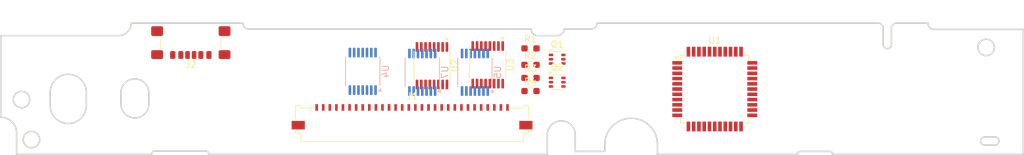
<source format=kicad_pcb>
(kicad_pcb (version 20240108) (generator "pcbnew") (generator_version "8.0")
  (layers (0 "F.Cu" signal) (31 "B.Cu" signal) (34 "B.Paste" user) (35 "F.Paste" user) (36 "B.SilkS" user "B.Silkscreen") (37 "F.SilkS" user "F.Silkscreen") (38 "B.Mask" user) (39 "F.Mask" user) (44 "Edge.Cuts" user))
  (net 0 "")
  (net 1 "GND")
  (net 2 "Net-(SW1-B)")
  (net 5 "VCC")
  (net 22 "Net-(J1-Pin_7)")
  (net 23 "KEYLEDS+")
  (net 24 "Net-(J1-Pin_12)")
  (net 25 "Net-(J1-Pin_4)")
  (net 28 "Net-(J1-Pin_8)")
  (net 29 "Net-(J1-Pin_28)")
  (net 31 "Net-(J1-Pin_1)")
  (net 32 "Net-(J1-Pin_3)")
  (net 33 "Net-(J1-Pin_2)")
  (net 34 "Net-(J1-Pin_30)")
  (net 36 "Net-(J1-Pin_10)")
  (net 37 "Net-(J1-Pin_9)")
  (net 38 "Net-(J1-Pin_6)")
  (net 39 "Net-(J1-Pin_5)")
  (net 41 "Net-(J1-Pin_11)")
  (net 42 "Net-(J1-Pin_16)")
  (net 43 "Net-(J1-Pin_29)")
  (net 44 "Net-(J1-Pin_14)")
  (net 48 "Net-(J1-Pin_13)")
  (net 50 "Net-(J1-Pin_27)")
  (net 51 "Net-(J1-Pin_15)")
  (net 54 "Net-(Q1B-E2)")
  (net 55 "Net-(Q1A-E1)")
  (net 58 "Net-(Q2A-E1)")
  (net 59 "Net-(Q2B-E2)")
  (net 60 "Net-(U2-QB)")
  (net 61 "Net-(U2-QF)")
  (net 62 "Net-(U2-QA)")
  (net 63 "Net-(U2-QD)")
  (net 64 "Net-(U2-QH)")
  (net 65 "Net-(U2-QG)")
  (net 66 "Net-(U2-QC)")
  (net 67 "Net-(U2-QE)")
  (net 68 "Net-(U3-QF)")
  (net 69 "Net-(U3-QB)")
  (net 70 "Net-(U3-QD)")
  (net 71 "Net-(U3-QH)")
  (net 72 "Net-(U3-QA)")
  (net 73 "Net-(U3-QG)")
  (net 74 "Net-(U3-QC)")
  (net 75 "Net-(U3-QE)")
  (net 90 "Net-(U1-AVCC-Pad24)")
  (net 98 "Net-(U1-GND-Pad15)")
  (footprint "Connector_USB:USB_C_Receptacle_GCT_USB4135-GF-A_6P_TopMnt_Horizontal" (layer "F.Cu") (at 104.375 89.4675 180)
    (property "Reference" "J2" (at 0 -4.5 0) (layer "F.SilkS"))
    (property "Value" "USB_C_Receptacle_USB2.0_14P")
    (fp_line (start 4.6 -2.04) (end 4.6 -0.41) (stroke (width 0.12)) (layer "F.SilkS"))
    (fp_line (start -4.6 -2.04) (end -4.6 -0.41) (stroke (width 0.12)) (layer "F.SilkS"))
    (pad "A5" smd roundrect (at -0.5 -3.0325 180) (size 0.7 1.2) (layers "F.Cu" "F.Paste" "F.Mask"))
    (pad "A9" smd roundrect (at 1.52 -3.0325) (size 0.76 1.2) (layers "F.Cu" "F.Paste" "F.Mask") (net 2 "Net-(SW1-B)"))
    (pad "A12" smd roundrect (at 2.75 -3.0325) (size 0.8 1.2) (layers "F.Cu" "F.Paste" "F.Mask") (net 1 "GND"))
    (pad "B5" smd roundrect (at 0.5 -3.0325) (size 0.7 1.2) (layers "F.Cu" "F.Paste" "F.Mask"))
    (pad "B9" smd roundrect (at -1.52 -3.0325 180) (size 0.76 1.2) (layers "F.Cu" "F.Paste" "F.Mask") (net 2 "Net-(SW1-B)"))
    (pad "B12" smd roundrect (at -2.75 -3.0325 180) (size 0.8 1.2) (layers "F.Cu" "F.Paste" "F.Mask") (net 1 "GND"))
    (pad "S1" smd roundrect (at -5.125 -2.9775 180) (size 1.8 1.35) (layers "F.Cu" "F.Paste" "F.Mask") (roundrect_rratio 0.1851851852))
    (pad "S1" smd roundrect (at -5.125 0.6025 180) (size 1.8 1.5) (layers "F.Cu" "F.Paste" "F.Mask") (roundrect_rratio 0.1666666667))
    (pad "S1" smd roundrect (at 5.125 -2.9775 180) (size 1.8 1.35) (layers "F.Cu" "F.Paste" "F.Mask") (roundrect_rratio 0.1851851852))
    (pad "S1" smd roundrect (at 5.125 0.6025 180) (size 1.8 1.5) (layers "F.Cu" "F.Paste" "F.Mask") (roundrect_rratio 0.1666666667))
  )
  (footprint "Resistor_SMD:R_0603_1608Metric_Pad0.98x0.95mm_HandSolder" (layer "F.Cu") (at 156 98)
    (property "Reference" "R4" (at 0 -1.43 0) (layer "F.SilkS"))
    (property "Value" "R")
    (fp_line (start -0.254724 -0.5225) (end 0.254724 -0.5225) (stroke (width 0.12)) (layer "F.SilkS"))
    (fp_line (start -0.254724 0.5225) (end 0.254724 0.5225) (stroke (width 0.12)) (layer "F.SilkS"))
    (pad "1" smd roundrect (at -0.9125 0) (size 0.975 0.95) (layers "F.Cu" "F.Paste" "F.Mask") (net 59 "Net-(Q2B-E2)"))
    (pad "2" smd roundrect (at 0.9125 0) (size 0.975 0.95) (layers "F.Cu" "F.Paste" "F.Mask") (net 1 "GND"))
  )
  (footprint "Package_SO:TSSOP-16_4.4x5mm_P0.65mm" (layer "F.Cu") (at 141.025 94.1375 -90)
    (property "Reference" "U2" (at 0 -3.45 90) (layer "F.SilkS"))
    (property "Value" "74HC595")
    (fp_line (start 0 2.735) (end -2.2 2.735) (stroke (width 0.12)) (layer "F.SilkS"))
    (fp_line (start 0 2.735) (end 2.2 2.735) (stroke (width 0.12)) (layer "F.SilkS"))
    (fp_line (start 0 -2.735) (end -2.2 -2.735) (stroke (width 0.12)) (layer "F.SilkS"))
    (fp_line (start 0 -2.735) (end 2.2 -2.735) (stroke (width 0.12)) (layer "F.SilkS"))
    (fp_poly (pts (xy -3.86 -2.275) (xy -4.19 -2.515) (xy -4.19 -2.035) (xy -3.86 -2.275)) (stroke (width 0.12)) (fill solid) (layer "F.SilkS"))
    (pad "1" smd roundrect (at -2.8625 -2.275 270) (size 1.475 0.4) (layers "F.Cu" "F.Paste" "F.Mask") (net 60 "Net-(U2-QB)"))
    (pad "2" smd roundrect (at -2.8625 -1.625 270) (size 1.475 0.4) (layers "F.Cu" "F.Paste" "F.Mask") (net 66 "Net-(U2-QC)"))
    (pad "3" smd roundrect (at -2.8625 -0.975 270) (size 1.475 0.4) (layers "F.Cu" "F.Paste" "F.Mask") (net 63 "Net-(U2-QD)"))
    (pad "4" smd roundrect (at -2.8625 -0.325 270) (size 1.475 0.4) (layers "F.Cu" "F.Paste" "F.Mask") (net 67 "Net-(U2-QE)"))
    (pad "5" smd roundrect (at -2.8625 0.325 270) (size 1.475 0.4) (layers "F.Cu" "F.Paste" "F.Mask") (net 61 "Net-(U2-QF)"))
    (pad "6" smd roundrect (at -2.8625 0.975 270) (size 1.475 0.4) (layers "F.Cu" "F.Paste" "F.Mask") (net 65 "Net-(U2-QG)"))
    (pad "7" smd roundrect (at -2.8625 1.625 270) (size 1.475 0.4) (layers "F.Cu" "F.Paste" "F.Mask") (net 64 "Net-(U2-QH)"))
    (pad "8" smd roundrect (at -2.8625 2.275 270) (size 1.475 0.4) (layers "F.Cu" "F.Paste" "F.Mask"))
    (pad "9" smd roundrect (at 2.8625 2.275 270) (size 1.475 0.4) (layers "F.Cu" "F.Paste" "F.Mask"))
    (pad "10" smd roundrect (at 2.8625 1.625 270) (size 1.475 0.4) (layers "F.Cu" "F.Paste" "F.Mask"))
    (pad "11" smd roundrect (at 2.8625 0.975 270) (size 1.475 0.4) (layers "F.Cu" "F.Paste" "F.Mask"))
    (pad "12" smd roundrect (at 2.8625 0.325 270) (size 1.475 0.4) (layers "F.Cu" "F.Paste" "F.Mask"))
    (pad "13" smd roundrect (at 2.8625 -0.325 270) (size 1.475 0.4) (layers "F.Cu" "F.Paste" "F.Mask"))
    (pad "14" smd roundrect (at 2.8625 -0.975 270) (size 1.475 0.4) (layers "F.Cu" "F.Paste" "F.Mask"))
    (pad "15" smd roundrect (at 2.8625 -1.625 270) (size 1.475 0.4) (layers "F.Cu" "F.Paste" "F.Mask") (net 62 "Net-(U2-QA)"))
    (pad "16" smd roundrect (at 2.8625 -2.275 270) (size 1.475 0.4) (layers "F.Cu" "F.Paste" "F.Mask"))
  )
  (footprint "Package_SO:TSSOP-16_4.4x5mm_P0.65mm" (layer "F.Cu") (at 149.5 94 -90)
    (property "Reference" "U3" (at 0 -3.45 90) (layer "F.SilkS"))
    (property "Value" "74HC595")
    (fp_line (start 0 2.735) (end -2.2 2.735) (stroke (width 0.12)) (layer "F.SilkS"))
    (fp_line (start 0 2.735) (end 2.2 2.735) (stroke (width 0.12)) (layer "F.SilkS"))
    (fp_line (start 0 -2.735) (end -2.2 -2.735) (stroke (width 0.12)) (layer "F.SilkS"))
    (fp_line (start 0 -2.735) (end 2.2 -2.735) (stroke (width 0.12)) (layer "F.SilkS"))
    (fp_poly (pts (xy -3.86 -2.275) (xy -4.19 -2.515) (xy -4.19 -2.035) (xy -3.86 -2.275)) (stroke (width 0.12)) (fill solid) (layer "F.SilkS"))
    (pad "1" smd roundrect (at -2.8625 -2.275 270) (size 1.475 0.4) (layers "F.Cu" "F.Paste" "F.Mask") (net 69 "Net-(U3-QB)"))
    (pad "2" smd roundrect (at -2.8625 -1.625 270) (size 1.475 0.4) (layers "F.Cu" "F.Paste" "F.Mask") (net 74 "Net-(U3-QC)"))
    (pad "3" smd roundrect (at -2.8625 -0.975 270) (size 1.475 0.4) (layers "F.Cu" "F.Paste" "F.Mask") (net 70 "Net-(U3-QD)"))
    (pad "4" smd roundrect (at -2.8625 -0.325 270) (size 1.475 0.4) (layers "F.Cu" "F.Paste" "F.Mask") (net 75 "Net-(U3-QE)"))
    (pad "5" smd roundrect (at -2.8625 0.325 270) (size 1.475 0.4) (layers "F.Cu" "F.Paste" "F.Mask") (net 68 "Net-(U3-QF)"))
    (pad "6" smd roundrect (at -2.8625 0.975 270) (size 1.475 0.4) (layers "F.Cu" "F.Paste" "F.Mask") (net 73 "Net-(U3-QG)"))
    (pad "7" smd roundrect (at -2.8625 1.625 270) (size 1.475 0.4) (layers "F.Cu" "F.Paste" "F.Mask") (net 71 "Net-(U3-QH)"))
    (pad "8" smd roundrect (at -2.8625 2.275 270) (size 1.475 0.4) (layers "F.Cu" "F.Paste" "F.Mask"))
    (pad "9" smd roundrect (at 2.8625 2.275 270) (size 1.475 0.4) (layers "F.Cu" "F.Paste" "F.Mask"))
    (pad "10" smd roundrect (at 2.8625 1.625 270) (size 1.475 0.4) (layers "F.Cu" "F.Paste" "F.Mask"))
    (pad "11" smd roundrect (at 2.8625 0.975 270) (size 1.475 0.4) (layers "F.Cu" "F.Paste" "F.Mask"))
    (pad "12" smd roundrect (at 2.8625 0.325 270) (size 1.475 0.4) (layers "F.Cu" "F.Paste" "F.Mask"))
    (pad "13" smd roundrect (at 2.8625 -0.325 270) (size 1.475 0.4) (layers "F.Cu" "F.Paste" "F.Mask"))
    (pad "14" smd roundrect (at 2.8625 -0.975 270) (size 1.475 0.4) (layers "F.Cu" "F.Paste" "F.Mask"))
    (pad "15" smd roundrect (at 2.8625 -1.625 270) (size 1.475 0.4) (layers "F.Cu" "F.Paste" "F.Mask") (net 72 "Net-(U3-QA)"))
    (pad "16" smd roundrect (at 2.8625 -2.275 270) (size 1.475 0.4) (layers "F.Cu" "F.Paste" "F.Mask"))
  )
  (footprint "Package_QFP:TQFP-44_10x10mm_P0.8mm" (layer "F.Cu") (at 184 97.7)
    (property "Reference" "U1" (at 0 -7.45 0) (layer "F.SilkS"))
    (property "Value" "ATmega32U4-A")
    (fp_line (start -5.175 -5.175) (end -5.175 -4.56) (stroke (width 0.15)) (layer "F.SilkS"))
    (fp_line (start -5.175 -5.175) (end -4.5 -5.175) (stroke (width 0.15)) (layer "F.SilkS"))
    (fp_line (start -5.175 5.175) (end -5.175 4.5) (stroke (width 0.15)) (layer "F.SilkS"))
    (fp_line (start -5.175 5.175) (end -4.5 5.175) (stroke (width 0.15)) (layer "F.SilkS"))
    (fp_line (start 5.175 -5.175) (end 4.5 -5.175) (stroke (width 0.15)) (layer "F.SilkS"))
    (fp_line (start 5.175 -5.175) (end 5.175 -4.5) (stroke (width 0.15)) (layer "F.SilkS"))
    (fp_line (start 5.175 5.175) (end 4.5 5.175) (stroke (width 0.15)) (layer "F.SilkS"))
    (fp_line (start 5.175 5.175) (end 5.175 4.5) (stroke (width 0.15)) (layer "F.SilkS"))
    (fp_poly (pts (xy -5.86 -4.54) (xy -6.2 -5.01) (xy -5.52 -5.01) (xy -5.86 -4.54)) (stroke (width 0.12)) (fill solid) (layer "F.SilkS"))
    (pad "1" smd rect (at -5.7 -4) (size 1.5 0.55) (layers "F.Cu" "F.Paste" "F.Mask"))
    (pad "2" smd rect (at -5.7 -3.2) (size 1.5 0.55) (layers "F.Cu" "F.Paste" "F.Mask"))
    (pad "3" smd rect (at -5.7 -2.4) (size 1.5 0.55) (layers "F.Cu" "F.Paste" "F.Mask"))
    (pad "4" smd rect (at -5.7 -1.6) (size 1.5 0.55) (layers "F.Cu" "F.Paste" "F.Mask"))
    (pad "5" smd rect (at -5.7 -0.8) (size 1.5 0.55) (layers "F.Cu" "F.Paste" "F.Mask"))
    (pad "6" smd rect (at -5.7 0) (size 1.5 0.55) (layers "F.Cu" "F.Paste" "F.Mask"))
    (pad "7" smd rect (at -5.7 0.8) (size 1.5 0.55) (layers "F.Cu" "F.Paste" "F.Mask"))
    (pad "8" smd rect (at -5.7 1.6) (size 1.5 0.55) (layers "F.Cu" "F.Paste" "F.Mask"))
    (pad "9" smd rect (at -5.7 2.4) (size 1.5 0.55) (layers "F.Cu" "F.Paste" "F.Mask"))
    (pad "10" smd rect (at -5.7 3.2) (size 1.5 0.55) (layers "F.Cu" "F.Paste" "F.Mask"))
    (pad "11" smd rect (at -5.7 4) (size 1.5 0.55) (layers "F.Cu" "F.Paste" "F.Mask"))
    (pad "12" smd rect (at -4 5.7 90) (size 1.5 0.55) (layers "F.Cu" "F.Paste" "F.Mask"))
    (pad "13" smd rect (at -3.2 5.7 90) (size 1.5 0.55) (layers "F.Cu" "F.Paste" "F.Mask"))
    (pad "14" smd rect (at -2.4 5.7 90) (size 1.5 0.55) (layers "F.Cu" "F.Paste" "F.Mask") (net 5 "VCC"))
    (pad "15" smd rect (at -1.6 5.7 90) (size 1.5 0.55) (layers "F.Cu" "F.Paste" "F.Mask") (net 98 "Net-(U1-GND-Pad15)"))
    (pad "16" smd rect (at -0.8 5.7 90) (size 1.5 0.55) (layers "F.Cu" "F.Paste" "F.Mask"))
    (pad "17" smd rect (at 0 5.7 90) (size 1.5 0.55) (layers "F.Cu" "F.Paste" "F.Mask"))
    (pad "18" smd rect (at 0.8 5.7 90) (size 1.5 0.55) (layers "F.Cu" "F.Paste" "F.Mask"))
    (pad "19" smd rect (at 1.6 5.7 90) (size 1.5 0.55) (layers "F.Cu" "F.Paste" "F.Mask"))
    (pad "20" smd rect (at 2.4 5.7 90) (size 1.5 0.55) (layers "F.Cu" "F.Paste" "F.Mask"))
    (pad "21" smd rect (at 3.2 5.7 90) (size 1.5 0.55) (layers "F.Cu" "F.Paste" "F.Mask"))
    (pad "22" smd rect (at 4 5.7 90) (size 1.5 0.55) (layers "F.Cu" "F.Paste" "F.Mask"))
    (pad "23" smd rect (at 5.7 4) (size 1.5 0.55) (layers "F.Cu" "F.Paste" "F.Mask") (net 98 "Net-(U1-GND-Pad15)"))
    (pad "24" smd rect (at 5.7 3.2) (size 1.5 0.55) (layers "F.Cu" "F.Paste" "F.Mask") (net 90 "Net-(U1-AVCC-Pad24)"))
    (pad "25" smd rect (at 5.7 2.4) (size 1.5 0.55) (layers "F.Cu" "F.Paste" "F.Mask"))
    (pad "26" smd rect (at 5.7 1.6) (size 1.5 0.55) (layers "F.Cu" "F.Paste" "F.Mask"))
    (pad "27" smd rect (at 5.7 0.8) (size 1.5 0.55) (layers "F.Cu" "F.Paste" "F.Mask"))
    (pad "28" smd rect (at 5.7 0) (size 1.5 0.55) (layers "F.Cu" "F.Paste" "F.Mask"))
    (pad "29" smd rect (at 5.7 -0.8) (size 1.5 0.55) (layers "F.Cu" "F.Paste" "F.Mask"))
    (pad "30" smd rect (at 5.7 -1.6) (size 1.5 0.55) (layers "F.Cu" "F.Paste" "F.Mask"))
    (pad "31" smd rect (at 5.7 -2.4) (size 1.5 0.55) (layers "F.Cu" "F.Paste" "F.Mask"))
    (pad "32" smd rect (at 5.7 -3.2) (size 1.5 0.55) (layers "F.Cu" "F.Paste" "F.Mask"))
    (pad "33" smd rect (at 5.7 -4) (size 1.5 0.55) (layers "F.Cu" "F.Paste" "F.Mask"))
    (pad "34" smd rect (at 4 -5.7 90) (size 1.5 0.55) (layers "F.Cu" "F.Paste" "F.Mask") (net 5 "VCC"))
    (pad "35" smd rect (at 3.2 -5.7 90) (size 1.5 0.55) (layers "F.Cu" "F.Paste" "F.Mask") (net 98 "Net-(U1-GND-Pad15)"))
    (pad "36" smd rect (at 2.4 -5.7 90) (size 1.5 0.55) (layers "F.Cu" "F.Paste" "F.Mask"))
    (pad "37" smd rect (at 1.6 -5.7 90) (size 1.5 0.55) (layers "F.Cu" "F.Paste" "F.Mask"))
    (pad "38" smd rect (at 0.8 -5.7 90) (size 1.5 0.55) (layers "F.Cu" "F.Paste" "F.Mask"))
    (pad "39" smd rect (at 0 -5.7 90) (size 1.5 0.55) (layers "F.Cu" "F.Paste" "F.Mask"))
    (pad "40" smd rect (at -0.8 -5.7 90) (size 1.5 0.55) (layers "F.Cu" "F.Paste" "F.Mask"))
    (pad "41" smd rect (at -1.6 -5.7 90) (size 1.5 0.55) (layers "F.Cu" "F.Paste" "F.Mask"))
    (pad "42" smd rect (at -2.4 -5.7 90) (size 1.5 0.55) (layers "F.Cu" "F.Paste" "F.Mask"))
    (pad "43" smd rect (at -3.2 -5.7 90) (size 1.5 0.55) (layers "F.Cu" "F.Paste" "F.Mask") (net 98 "Net-(U1-GND-Pad15)"))
    (pad "44" smd rect (at -4 -5.7 90) (size 1.5 0.55) (layers "F.Cu" "F.Paste" "F.Mask") (net 90 "Net-(U1-AVCC-Pad24)"))
  )
  (footprint "Resistor_SMD:R_0603_1608Metric_Pad0.98x0.95mm_HandSolder" (layer "F.Cu") (at 156 96)
    (property "Reference" "R3" (at 0 -1.43 0) (layer "F.SilkS"))
    (property "Value" "R")
    (fp_line (start -0.254724 -0.5225) (end 0.254724 -0.5225) (stroke (width 0.12)) (layer "F.SilkS"))
    (fp_line (start -0.254724 0.5225) (end 0.254724 0.5225) (stroke (width 0.12)) (layer "F.SilkS"))
    (pad "1" smd roundrect (at -0.9125 0) (size 0.975 0.95) (layers "F.Cu" "F.Paste" "F.Mask") (net 58 "Net-(Q2A-E1)"))
    (pad "2" smd roundrect (at 0.9125 0) (size 0.975 0.95) (layers "F.Cu" "F.Paste" "F.Mask") (net 1 "GND"))
  )
  (footprint "Resistor_SMD:R_0603_1608Metric_Pad0.98x0.95mm_HandSolder" (layer "F.Cu") (at 156 91.5)
    (property "Reference" "R1" (at 0 -1.43 0) (layer "F.SilkS"))
    (property "Value" "R")
    (fp_line (start -0.254724 -0.5225) (end 0.254724 -0.5225) (stroke (width 0.12)) (layer "F.SilkS"))
    (fp_line (start -0.254724 0.5225) (end 0.254724 0.5225) (stroke (width 0.12)) (layer "F.SilkS"))
    (pad "1" smd roundrect (at -0.9125 0) (size 0.975 0.95) (layers "F.Cu" "F.Paste" "F.Mask") (net 55 "Net-(Q1A-E1)"))
    (pad "2" smd roundrect (at 0.9125 0) (size 0.975 0.95) (layers "F.Cu" "F.Paste" "F.Mask") (net 1 "GND"))
  )
  (footprint "Connector_FFC-FPC:Molex_200528-0300_1x30-1MP_P1.00mm_Horizontal" (layer "F.Cu") (at 138 101.41)
    (property "Reference" "J1" (at 0 -2.61 0) (layer "F.SilkS"))
    (property "Value" "Flex_Cable_Connector_1.0_1x30")
    (fp_line (start -17.71 -1.17) (end -17.71 0.88) (stroke (width 0.12)) (layer "F.SilkS"))
    (fp_line (start -17.71 2.7) (end -17.71 3) (stroke (width 0.12)) (layer "F.SilkS"))
    (fp_line (start -17.71 3) (end -16.91 3) (stroke (width 0.12)) (layer "F.SilkS"))
    (fp_line (start -16.94 -1.17) (end -17.71 -1.17) (stroke (width 0.12)) (layer "F.SilkS"))
    (fp_line (start -16.94 -0.82) (end -16.94 -1.17) (stroke (width 0.12)) (layer "F.SilkS"))
    (fp_line (start -16.91 3) (end -16.91 4.3) (stroke (width 0.12)) (layer "F.SilkS"))
    (fp_line (start -16.91 4.3) (end 16.91 4.3) (stroke (width 0.12)) (layer "F.SilkS"))
    (fp_line (start -14.96 -1.41) (end -14.96 -0.82) (stroke (width 0.12)) (layer "F.SilkS"))
    (fp_line (start -14.96 -0.82) (end -16.94 -0.82) (stroke (width 0.12)) (layer "F.SilkS"))
    (fp_line (start 16.91 3) (end 17.71 3) (stroke (width 0.12)) (layer "F.SilkS"))
    (fp_line (start 16.91 4.3) (end 16.91 3) (stroke (width 0.12)) (layer "F.SilkS"))
    (fp_line (start 16.94 -1.17) (end 16.94 -0.82) (stroke (width 0.12)) (layer "F.SilkS"))
    (fp_line (start 16.94 -0.82) (end 14.96 -0.82) (stroke (width 0.12)) (layer "F.SilkS"))
    (fp_line (start 17.71 -1.17) (end 16.94 -1.17) (stroke (width 0.12)) (layer "F.SilkS"))
    (fp_line (start 17.71 0.88) (end 17.71 -1.17) (stroke (width 0.12)) (layer "F.SilkS"))
    (fp_line (start 17.71 3) (end 17.71 2.7) (stroke (width 0.12)) (layer "F.SilkS"))
    (pad "1" smd rect (at -14.5 -0.91) (size 0.4 1) (layers "F.Cu" "F.Paste" "F.Mask") (net 31 "Net-(J1-Pin_1)"))
    (pad "2" smd rect (at -13.5 -0.91) (size 0.4 1) (layers "F.Cu" "F.Paste" "F.Mask") (net 33 "Net-(J1-Pin_2)"))
    (pad "3" smd rect (at -12.5 -0.91) (size 0.4 1) (layers "F.Cu" "F.Paste" "F.Mask") (net 32 "Net-(J1-Pin_3)"))
    (pad "4" smd rect (at -11.5 -0.91) (size 0.4 1) (layers "F.Cu" "F.Paste" "F.Mask") (net 25 "Net-(J1-Pin_4)"))
    (pad "5" smd rect (at -10.5 -0.91) (size 0.4 1) (layers "F.Cu" "F.Paste" "F.Mask") (net 39 "Net-(J1-Pin_5)"))
    (pad "6" smd rect (at -9.5 -0.91) (size 0.4 1) (layers "F.Cu" "F.Paste" "F.Mask") (net 38 "Net-(J1-Pin_6)"))
    (pad "7" smd rect (at -8.5 -0.91) (size 0.4 1) (layers "F.Cu" "F.Paste" "F.Mask") (net 22 "Net-(J1-Pin_7)"))
    (pad "8" smd rect (at -7.5 -0.91) (size 0.4 1) (layers "F.Cu" "F.Paste" "F.Mask") (net 28 "Net-(J1-Pin_8)"))
    (pad "9" smd rect (at -6.5 -0.91) (size 0.4 1) (layers "F.Cu" "F.Paste" "F.Mask") (net 37 "Net-(J1-Pin_9)"))
    (pad "10" smd rect (at -5.5 -0.91) (size 0.4 1) (layers "F.Cu" "F.Paste" "F.Mask") (net 36 "Net-(J1-Pin_10)"))
    (pad "11" smd rect (at -4.5 -0.91) (size 0.4 1) (layers "F.Cu" "F.Paste" "F.Mask") (net 41 "Net-(J1-Pin_11)"))
    (pad "12" smd rect (at -3.5 -0.91) (size 0.4 1) (layers "F.Cu" "F.Paste" "F.Mask") (net 24 "Net-(J1-Pin_12)"))
    (pad "13" smd rect (at -2.5 -0.91) (size 0.4 1) (layers "F.Cu" "F.Paste" "F.Mask") (net 48 "Net-(J1-Pin_13)"))
    (pad "14" smd rect (at -1.5 -0.91) (size 0.4 1) (layers "F.Cu" "F.Paste" "F.Mask") (net 44 "Net-(J1-Pin_14)"))
    (pad "15" smd rect (at -0.5 -0.91) (size 0.4 1) (layers "F.Cu" "F.Paste" "F.Mask") (net 51 "Net-(J1-Pin_15)"))
    (pad "16" smd rect (at 0.5 -0.91) (size 0.4 1) (layers "F.Cu" "F.Paste" "F.Mask") (net 42 "Net-(J1-Pin_16)"))
    (pad "17" smd rect (at 1.5 -0.91) (size 0.4 1) (layers "F.Cu" "F.Paste" "F.Mask"))
    (pad "18" smd rect (at 2.5 -0.91) (size 0.4 1) (layers "F.Cu" "F.Paste" "F.Mask"))
    (pad "19" smd rect (at 3.5 -0.91) (size 0.4 1) (layers "F.Cu" "F.Paste" "F.Mask"))
    (pad "20" smd rect (at 4.5 -0.91) (size 0.4 1) (layers "F.Cu" "F.Paste" "F.Mask"))
    (pad "21" smd rect (at 5.5 -0.91) (size 0.4 1) (layers "F.Cu" "F.Paste" "F.Mask"))
    (pad "22" smd rect (at 6.5 -0.91) (size 0.4 1) (layers "F.Cu" "F.Paste" "F.Mask"))
    (pad "23" smd rect (at 7.5 -0.91) (size 0.4 1) (layers "F.Cu" "F.Paste" "F.Mask"))
    (pad "24" smd rect (at 8.5 -0.91) (size 0.4 1) (layers "F.Cu" "F.Paste" "F.Mask"))
    (pad "25" smd rect (at 9.5 -0.91) (size 0.4 1) (layers "F.Cu" "F.Paste" "F.Mask"))
    (pad "26" smd rect (at 10.5 -0.91) (size 0.4 1) (layers "F.Cu" "F.Paste" "F.Mask") (net 23 "KEYLEDS+"))
    (pad "27" smd rect (at 11.5 -0.91) (size 0.4 1) (layers "F.Cu" "F.Paste" "F.Mask") (net 50 "Net-(J1-Pin_27)"))
    (pad "28" smd rect (at 12.5 -0.91) (size 0.4 1) (layers "F.Cu" "F.Paste" "F.Mask") (net 29 "Net-(J1-Pin_28)"))
    (pad "29" smd rect (at 13.5 -0.91) (size 0.4 1) (layers "F.Cu" "F.Paste" "F.Mask") (net 43 "Net-(J1-Pin_29)"))
    (pad "30" smd rect (at 14.5 -0.91) (size 0.4 1) (layers "F.Cu" "F.Paste" "F.Mask") (net 34 "Net-(J1-Pin_30)"))
    (pad "MP" smd rect (at -17.3 1.79) (size 2 1.3) (layers "F.Cu" "F.Paste" "F.Mask"))
    (pad "MP" smd rect (at 17.3 1.79) (size 2 1.3) (layers "F.Cu" "F.Paste" "F.Mask"))
  )
  (footprint "Package_TO_SOT_SMD:SOT-363_SC-70-6" (layer "F.Cu") (at 160.05 96.65)
    (property "Reference" "Q2" (at 0 -2.25 0) (layer "F.SilkS"))
    (property "Value" "PUMX1")
    (fp_line (start -0.71 -1.16) (end 0.7 -1.16) (stroke (width 0.12)) (layer "F.SilkS"))
    (fp_line (start -0.7 1.16) (end 0.7 1.16) (stroke (width 0.12)) (layer "F.SilkS"))
    (fp_poly (pts (xy -1.08 -1.11) (xy -1.32 -1.44) (xy -0.84 -1.44) (xy -1.08 -1.11)) (stroke (width 0.12)) (fill solid) (layer "F.SilkS"))
    (pad "1" smd roundrect (at -0.95 -0.65) (size 0.65 0.4) (layers "F.Cu" "F.Paste" "F.Mask") (net 58 "Net-(Q2A-E1)"))
    (pad "2" smd roundrect (at -0.95 0) (size 0.65 0.4) (layers "F.Cu" "F.Paste" "F.Mask"))
    (pad "3" smd roundrect (at -0.95 0.65) (size 0.65 0.4) (layers "F.Cu" "F.Paste" "F.Mask") (net 50 "Net-(J1-Pin_27)"))
    (pad "4" smd roundrect (at 0.95 0.65) (size 0.65 0.4) (layers "F.Cu" "F.Paste" "F.Mask") (net 59 "Net-(Q2B-E2)"))
    (pad "5" smd roundrect (at 0.95 0) (size 0.65 0.4) (layers "F.Cu" "F.Paste" "F.Mask"))
    (pad "6" smd roundrect (at 0.95 -0.65) (size 0.65 0.4) (layers "F.Cu" "F.Paste" "F.Mask") (net 29 "Net-(J1-Pin_28)"))
  )
  (footprint "Package_TO_SOT_SMD:SOT-363_SC-70-6" (layer "F.Cu") (at 160.05 93.15)
    (property "Reference" "Q1" (at 0 -2.25 0) (layer "F.SilkS"))
    (property "Value" "PUMX1")
    (fp_line (start -0.71 -1.16) (end 0.7 -1.16) (stroke (width 0.12)) (layer "F.SilkS"))
    (fp_line (start -0.7 1.16) (end 0.7 1.16) (stroke (width 0.12)) (layer "F.SilkS"))
    (fp_poly (pts (xy -1.08 -1.11) (xy -1.32 -1.44) (xy -0.84 -1.44) (xy -1.08 -1.11)) (stroke (width 0.12)) (fill solid) (layer "F.SilkS"))
    (pad "1" smd roundrect (at -0.95 -0.65) (size 0.65 0.4) (layers "F.Cu" "F.Paste" "F.Mask") (net 55 "Net-(Q1A-E1)"))
    (pad "2" smd roundrect (at -0.95 0) (size 0.65 0.4) (layers "F.Cu" "F.Paste" "F.Mask"))
    (pad "3" smd roundrect (at -0.95 0.65) (size 0.65 0.4) (layers "F.Cu" "F.Paste" "F.Mask") (net 43 "Net-(J1-Pin_29)"))
    (pad "4" smd roundrect (at 0.95 0.65) (size 0.65 0.4) (layers "F.Cu" "F.Paste" "F.Mask") (net 54 "Net-(Q1B-E2)"))
    (pad "5" smd roundrect (at 0.95 0) (size 0.65 0.4) (layers "F.Cu" "F.Paste" "F.Mask"))
    (pad "6" smd roundrect (at 0.95 -0.65) (size 0.65 0.4) (layers "F.Cu" "F.Paste" "F.Mask") (net 34 "Net-(J1-Pin_30)"))
  )
  (footprint "Resistor_SMD:R_0603_1608Metric_Pad0.98x0.95mm_HandSolder" (layer "F.Cu") (at 156 94)
    (property "Reference" "R2" (at 0 -1.43 0) (layer "F.SilkS"))
    (property "Value" "R")
    (fp_line (start -0.254724 -0.5225) (end 0.254724 -0.5225) (stroke (width 0.12)) (layer "F.SilkS"))
    (fp_line (start -0.254724 0.5225) (end 0.254724 0.5225) (stroke (width 0.12)) (layer "F.SilkS"))
    (pad "1" smd roundrect (at -0.9125 0) (size 0.975 0.95) (layers "F.Cu" "F.Paste" "F.Mask") (net 54 "Net-(Q1B-E2)"))
    (pad "2" smd roundrect (at 0.9125 0) (size 0.975 0.95) (layers "F.Cu" "F.Paste" "F.Mask") (net 1 "GND"))
  )
  (footprint "Package_SO:TSSOP-14_4.4x5mm_P0.65mm" (layer "B.Cu") (at 130.5 95 90)
    (property "Reference" "U4" (at 0 3.45 90) (layer "B.SilkS") (effects (justify mirror)))
    (property "Value" "VC07A")
    (fp_line (start 2.2 -2.61) (end 0 -2.61) (stroke (width 0.12)) (layer "B.SilkS"))
    (fp_line (start -2.2 -2.61) (end 0 -2.61) (stroke (width 0.12)) (layer "B.SilkS"))
    (fp_line (start 2.2 2.61) (end 0 2.61) (stroke (width 0.12)) (layer "B.SilkS"))
    (fp_line (start -2.2 2.61) (end 0 2.61) (stroke (width 0.12)) (layer "B.SilkS"))
    (fp_poly (pts (xy -2.9 2.41) (xy -3.14 2.74) (xy -2.66 2.74) (xy -2.9 2.41)) (stroke (width 0.12)) (fill solid) (layer "B.SilkS"))
    (pad "1" smd roundrect (at -2.8625 1.95 90) (size 1.475 0.4) (layers "B.Cu" "B.Paste" "B.Mask") (net 62 "Net-(U2-QA)"))
    (pad "2" smd roundrect (at -2.8625 1.3 90) (size 1.475 0.4) (layers "B.Cu" "B.Paste" "B.Mask") (net 42 "Net-(J1-Pin_16)"))
    (pad "3" smd roundrect (at -2.8625 0.65 90) (size 1.475 0.4) (layers "B.Cu" "B.Paste" "B.Mask") (net 60 "Net-(U2-QB)"))
    (pad "4" smd roundrect (at -2.8625 0 90) (size 1.475 0.4) (layers "B.Cu" "B.Paste" "B.Mask") (net 51 "Net-(J1-Pin_15)"))
    (pad "5" smd roundrect (at -2.8625 -0.65 90) (size 1.475 0.4) (layers "B.Cu" "B.Paste" "B.Mask") (net 66 "Net-(U2-QC)"))
    (pad "6" smd roundrect (at -2.8625 -1.3 90) (size 1.475 0.4) (layers "B.Cu" "B.Paste" "B.Mask") (net 44 "Net-(J1-Pin_14)"))
    (pad "7" smd roundrect (at -2.8625 -1.95 90) (size 1.475 0.4) (layers "B.Cu" "B.Paste" "B.Mask"))
    (pad "8" smd roundrect (at 2.8625 -1.95 90) (size 1.475 0.4) (layers "B.Cu" "B.Paste" "B.Mask") (net 48 "Net-(J1-Pin_13)"))
    (pad "9" smd roundrect (at 2.8625 -1.3 90) (size 1.475 0.4) (layers "B.Cu" "B.Paste" "B.Mask") (net 63 "Net-(U2-QD)"))
    (pad "10" smd roundrect (at 2.8625 -0.65 90) (size 1.475 0.4) (layers "B.Cu" "B.Paste" "B.Mask") (net 24 "Net-(J1-Pin_12)"))
    (pad "11" smd roundrect (at 2.8625 0 90) (size 1.475 0.4) (layers "B.Cu" "B.Paste" "B.Mask") (net 67 "Net-(U2-QE)"))
    (pad "12" smd roundrect (at 2.8625 0.65 90) (size 1.475 0.4) (layers "B.Cu" "B.Paste" "B.Mask") (net 41 "Net-(J1-Pin_11)"))
    (pad "13" smd roundrect (at 2.8625 1.3 90) (size 1.475 0.4) (layers "B.Cu" "B.Paste" "B.Mask") (net 61 "Net-(U2-QF)"))
    (pad "14" smd roundrect (at 2.8625 1.95 90) (size 1.475 0.4) (layers "B.Cu" "B.Paste" "B.Mask"))
  )
  (footprint "Package_SO:TSSOP-14_4.4x5mm_P0.65mm" (layer "B.Cu") (at 147.55 95.1375 90)
    (property "Reference" "U5" (at 0 3.45 90) (layer "B.SilkS") (effects (justify mirror)))
    (property "Value" "VC07A")
    (fp_line (start 2.2 -2.61) (end 0 -2.61) (stroke (width 0.12)) (layer "B.SilkS"))
    (fp_line (start -2.2 -2.61) (end 0 -2.61) (stroke (width 0.12)) (layer "B.SilkS"))
    (fp_line (start 2.2 2.61) (end 0 2.61) (stroke (width 0.12)) (layer "B.SilkS"))
    (fp_line (start -2.2 2.61) (end 0 2.61) (stroke (width 0.12)) (layer "B.SilkS"))
    (fp_poly (pts (xy -2.9 2.41) (xy -3.14 2.74) (xy -2.66 2.74) (xy -2.9 2.41)) (stroke (width 0.12)) (fill solid) (layer "B.SilkS"))
    (pad "1" smd roundrect (at -2.8625 1.95 90) (size 1.475 0.4) (layers "B.Cu" "B.Paste" "B.Mask") (net 65 "Net-(U2-QG)"))
    (pad "2" smd roundrect (at -2.8625 1.3 90) (size 1.475 0.4) (layers "B.Cu" "B.Paste" "B.Mask") (net 36 "Net-(J1-Pin_10)"))
    (pad "3" smd roundrect (at -2.8625 0.65 90) (size 1.475 0.4) (layers "B.Cu" "B.Paste" "B.Mask") (net 64 "Net-(U2-QH)"))
    (pad "4" smd roundrect (at -2.8625 0 90) (size 1.475 0.4) (layers "B.Cu" "B.Paste" "B.Mask") (net 37 "Net-(J1-Pin_9)"))
    (pad "5" smd roundrect (at -2.8625 -0.65 90) (size 1.475 0.4) (layers "B.Cu" "B.Paste" "B.Mask") (net 72 "Net-(U3-QA)"))
    (pad "6" smd roundrect (at -2.8625 -1.3 90) (size 1.475 0.4) (layers "B.Cu" "B.Paste" "B.Mask") (net 28 "Net-(J1-Pin_8)"))
    (pad "7" smd roundrect (at -2.8625 -1.95 90) (size 1.475 0.4) (layers "B.Cu" "B.Paste" "B.Mask"))
    (pad "8" smd roundrect (at 2.8625 -1.95 90) (size 1.475 0.4) (layers "B.Cu" "B.Paste" "B.Mask") (net 22 "Net-(J1-Pin_7)"))
    (pad "9" smd roundrect (at 2.8625 -1.3 90) (size 1.475 0.4) (layers "B.Cu" "B.Paste" "B.Mask") (net 69 "Net-(U3-QB)"))
    (pad "10" smd roundrect (at 2.8625 -0.65 90) (size 1.475 0.4) (layers "B.Cu" "B.Paste" "B.Mask") (net 38 "Net-(J1-Pin_6)"))
    (pad "11" smd roundrect (at 2.8625 0 90) (size 1.475 0.4) (layers "B.Cu" "B.Paste" "B.Mask") (net 74 "Net-(U3-QC)"))
    (pad "12" smd roundrect (at 2.8625 0.65 90) (size 1.475 0.4) (layers "B.Cu" "B.Paste" "B.Mask") (net 39 "Net-(J1-Pin_5)"))
    (pad "13" smd roundrect (at 2.8625 1.3 90) (size 1.475 0.4) (layers "B.Cu" "B.Paste" "B.Mask") (net 70 "Net-(U3-QD)"))
    (pad "14" smd roundrect (at 2.8625 1.95 90) (size 1.475 0.4) (layers "B.Cu" "B.Paste" "B.Mask"))
  )
  (footprint "Package_SO:TSSOP-14_4.4x5mm_P0.65mm" (layer "B.Cu") (at 139.55 95.1375 90)
    (property "Reference" "U7" (at 0 3.45 90) (layer "B.SilkS") (effects (justify mirror)))
    (property "Value" "VC07A")
    (fp_line (start 2.2 -2.61) (end 0 -2.61) (stroke (width 0.12)) (layer "B.SilkS"))
    (fp_line (start -2.2 -2.61) (end 0 -2.61) (stroke (width 0.12)) (layer "B.SilkS"))
    (fp_line (start 2.2 2.61) (end 0 2.61) (stroke (width 0.12)) (layer "B.SilkS"))
    (fp_line (start -2.2 2.61) (end 0 2.61) (stroke (width 0.12)) (layer "B.SilkS"))
    (fp_poly (pts (xy -2.9 2.41) (xy -3.14 2.74) (xy -2.66 2.74) (xy -2.9 2.41)) (stroke (width 0.12)) (fill solid) (layer "B.SilkS"))
    (pad "1" smd roundrect (at -2.8625 1.95 90) (size 1.475 0.4) (layers "B.Cu" "B.Paste" "B.Mask") (net 75 "Net-(U3-QE)"))
    (pad "2" smd roundrect (at -2.8625 1.3 90) (size 1.475 0.4) (layers "B.Cu" "B.Paste" "B.Mask") (net 25 "Net-(J1-Pin_4)"))
    (pad "3" smd roundrect (at -2.8625 0.65 90) (size 1.475 0.4) (layers "B.Cu" "B.Paste" "B.Mask") (net 68 "Net-(U3-QF)"))
    (pad "4" smd roundrect (at -2.8625 0 90) (size 1.475 0.4) (layers "B.Cu" "B.Paste" "B.Mask") (net 32 "Net-(J1-Pin_3)"))
    (pad "5" smd roundrect (at -2.8625 -0.65 90) (size 1.475 0.4) (layers "B.Cu" "B.Paste" "B.Mask") (net 73 "Net-(U3-QG)"))
    (pad "6" smd roundrect (at -2.8625 -1.3 90) (size 1.475 0.4) (layers "B.Cu" "B.Paste" "B.Mask") (net 33 "Net-(J1-Pin_2)"))
    (pad "7" smd roundrect (at -2.8625 -1.95 90) (size 1.475 0.4) (layers "B.Cu" "B.Paste" "B.Mask"))
    (pad "8" smd roundrect (at 2.8625 -1.95 90) (size 1.475 0.4) (layers "B.Cu" "B.Paste" "B.Mask") (net 31 "Net-(J1-Pin_1)"))
    (pad "9" smd roundrect (at 2.8625 -1.3 90) (size 1.475 0.4) (layers "B.Cu" "B.Paste" "B.Mask") (net 71 "Net-(U3-QH)"))
    (pad "10" smd roundrect (at 2.8625 -0.65 90) (size 1.475 0.4) (layers "B.Cu" "B.Paste" "B.Mask"))
    (pad "11" smd roundrect (at 2.8625 0 90) (size 1.475 0.4) (layers "B.Cu" "B.Paste" "B.Mask"))
    (pad "12" smd roundrect (at 2.8625 0.65 90) (size 1.475 0.4) (layers "B.Cu" "B.Paste" "B.Mask"))
    (pad "13" smd roundrect (at 2.8625 1.3 90) (size 1.475 0.4) (layers "B.Cu" "B.Paste" "B.Mask"))
    (pad "14" smd roundrect (at 2.8625 1.95 90) (size 1.475 0.4) (layers "B.Cu" "B.Paste" "B.Mask"))
  )
  (gr_arc (start 167.3 106.149999) (mid 171.3 102.149999) (end 175.3 106.149999) (stroke (width 0.25)) (layer "Edge.Cuts"))
  (gr_line (start 98.400002 107.649999) (end 77.9 107.649999) (stroke (width 0.25)) (layer "Edge.Cuts"))
  (gr_arc (start 158.55 104.674999) (mid 160.675 102.549999) (end 162.8 104.674999) (stroke (width 0.25)) (layer "Edge.Cuts"))
  (gr_arc (start 83 98.199999) (mid 85.75 95.449999) (end 88.5 98.199999) (stroke (width 0.25)) (layer "Edge.Cuts"))
  (gr_line (start 162.8 104.674999) (end 162.8 107.199999) (stroke (width 0.25)) (layer "Edge.Cuts"))
  (gr_arc (start 113.2 88.549999) (mid 112.563604 88.286395) (end 112.3 87.649999) (stroke (width 0.25)) (layer "Edge.Cuts"))
  (gr_line (start 210.85 88.149999) (end 210.85 90.924999) (stroke (width 0.25)) (layer "Edge.Cuts"))
  (gr_arc (start 210.85 90.924999) (mid 210.225 91.549999) (end 209.6 90.924999) (stroke (width 0.25)) (layer "Edge.Cuts"))
  (gr_arc (start 161.099999 88.549999) (mid 160.807107 89.257105) (end 160.100002 89.549999) (stroke (width 0.25)) (layer "Edge.Cuts"))
  (gr_line (start 175.3 106.149999) (end 175.3 107.649999) (stroke (width 0.25)) (layer "Edge.Cuts"))
  (gr_line (start 201.9242 107.649999) (end 230.9 107.649999) (stroke (width 0.25)) (layer "Edge.Cuts"))
  (gr_line (start 211.35 87.649999) (end 216.400001 87.649999) (stroke (width 0.25)) (layer "Edge.Cuts"))
  (gr_line (start 162.8 107.199999) (end 167.3 107.199999) (stroke (width 0.25)) (layer "Edge.Cuts"))
  (gr_arc (start 95.299999 87.649999) (mid 94.743503 88.993502) (end 93.4 89.549999) (stroke (width 0.25)) (layer "Edge.Cuts"))
  (gr_line (start 97.995963 98.274999) (end 97.995963 99.974999) (stroke (width 0.25)) (layer "Edge.Cuts"))
  (gr_line (start 88.5 98.199999) (end 88.5 100.199999) (stroke (width 0.25)) (layer "Edge.Cuts"))
  (gr_arc (start 75.5 102) (mid 77.197057 102.702943) (end 77.9 104.4) (stroke (width 0.25)) (layer "Edge.Cuts"))
  (gr_line (start 209.6 88.149999) (end 209.1 87.649999) (stroke (width 0.25)) (layer "Edge.Cuts"))
  (gr_line (start 167.3 106.149999) (end 167.3 107.199999) (stroke (width 0.25)) (layer "Edge.Cuts"))
  (gr_line (start 209.6 88.149999) (end 209.6 90.924999) (stroke (width 0.25)) (layer "Edge.Cuts"))
  (gr_line (start 165.2 88.549999) (end 161.099999 88.549999) (stroke (width 0.25)) (layer "Edge.Cuts"))
  (gr_arc (start 88.5 100.199999) (mid 85.75 102.949999) (end 83 100.199999) (stroke (width 0.25)) (layer "Edge.Cuts"))
  (gr_line (start 230.9 88.599999) (end 217.35 88.599999) (stroke (width 0.25)) (layer "Edge.Cuts"))
  (gr_circle (center 80.15 105.399999) (end 81.4 105.399999) (stroke (width 0.25)) (fill none) (layer "Edge.Cuts"))
  (gr_line (start 225.025 104.999999) (end 226.575 104.999999) (stroke (width 0.25)) (layer "Edge.Cuts"))
  (gr_arc (start 196.524214 107.649999) (mid 196.656015 107.331801) (end 196.974213 107.199999) (stroke (width 0.25)) (layer "Edge.Cuts"))
  (gr_line (start 157.099998 89.549999) (end 160.100002 89.549999) (stroke (width 0.25)) (layer "Edge.Cuts"))
  (gr_line (start 98.900001 107.149999) (end 106.649999 107.149999) (stroke (width 0.25)) (layer "Edge.Cuts"))
  (gr_line (start 75.5 102) (end 75.5 89.549999) (stroke (width 0.25)) (layer "Edge.Cuts"))
  (gr_line (start 158.55 107.649999) (end 107.149999 107.649999) (stroke (width 0.25)) (layer "Edge.Cuts"))
  (gr_circle (center 225.25 91.349999) (end 226.5 91.349999) (stroke (width 0.25)) (fill none) (layer "Edge.Cuts"))
  (gr_line (start 158.55 104.674999) (end 158.55 107.649999) (stroke (width 0.25)) (layer "Edge.Cuts"))
  (gr_line (start 166.1 87.649999) (end 209.1 87.649999) (stroke (width 0.25)) (layer "Edge.Cuts"))
  (gr_line (start 112.3 87.649999) (end 95.299999 87.649999) (stroke (width 0.25)) (layer "Edge.Cuts"))
  (gr_arc (start 166.1 87.649999) (mid 165.836396 88.286395) (end 165.2 88.549999) (stroke (width 0.25)) (layer "Edge.Cuts"))
  (gr_line (start 196.974213 107.199999) (end 201.4742 107.199999) (stroke (width 0.25)) (layer "Edge.Cuts"))
  (gr_arc (start 157.099998 89.549999) (mid 156.392892 89.257105) (end 156.1 88.549999) (stroke (width 0.25)) (layer "Edge.Cuts"))
  (gr_arc (start 97.995963 99.974999) (mid 95.870963 102.099999) (end 93.745963 99.974999) (stroke (width 0.25)) (layer "Edge.Cuts"))
  (gr_line (start 175.3 107.649999) (end 196.524214 107.649999) (stroke (width 0.25)) (layer "Edge.Cuts"))
  (gr_line (start 230.9 88.599999) (end 230.9 107.649999) (stroke (width 0.25)) (layer "Edge.Cuts"))
  (gr_arc (start 225.025 106.249999) (mid 224.4 105.624999) (end 225.025 104.999999) (stroke (width 0.25)) (layer "Edge.Cuts"))
  (gr_line (start 225.025 106.249999) (end 226.575 106.249999) (stroke (width 0.25)) (layer "Edge.Cuts"))
  (gr_line (start 77.9 107.649999) (end 77.9 104.4) (stroke (width 0.25)) (layer "Edge.Cuts"))
  (gr_arc (start 98.400002 107.649999) (mid 98.546448 107.296445) (end 98.900001 107.149999) (stroke (width 0.25)) (layer "Edge.Cuts"))
  (gr_line (start 93.4 89.549999) (end 75.5 89.549999) (stroke (width 0.25)) (layer "Edge.Cuts"))
  (gr_arc (start 226.575 104.999999) (mid 227.2 105.624999) (end 226.575 106.249999) (stroke (width 0.25)) (layer "Edge.Cuts"))
  (gr_line (start 156.1 88.549999) (end 113.2 88.549999) (stroke (width 0.25)) (layer "Edge.Cuts"))
  (gr_line (start 211.35 87.649999) (end 210.85 88.149999) (stroke (width 0.25)) (layer "Edge.Cuts"))
  (gr_arc (start 93.745963 98.274999) (mid 95.870963 96.149999) (end 97.995963 98.274999) (stroke (width 0.25)) (layer "Edge.Cuts"))
  (gr_line (start 93.745963 98.274999) (end 93.745963 99.974999) (stroke (width 0.25)) (layer "Edge.Cuts"))
  (gr_arc (start 106.649999 107.149999) (mid 107.003552 107.296446) (end 107.149999 107.649999) (stroke (width 0.25)) (layer "Edge.Cuts"))
  (gr_circle (center 78.65 99.299999) (end 79.9 99.299999) (stroke (width 0.25)) (fill none) (layer "Edge.Cuts"))
  (gr_arc (start 217.35 88.599999) (mid 216.678249 88.32175) (end 216.400001 87.649999) (stroke (width 0.25)) (layer "Edge.Cuts"))
  (gr_arc (start 201.4742 107.199999) (mid 201.792398 107.331801) (end 201.9242 107.649999) (stroke (width 0.25)) (layer "Edge.Cuts"))
  (gr_line (start 83 98.199999) (end 83 100.199999) (stroke (width 0.25)) (layer "Edge.Cuts"))
)
</source>
